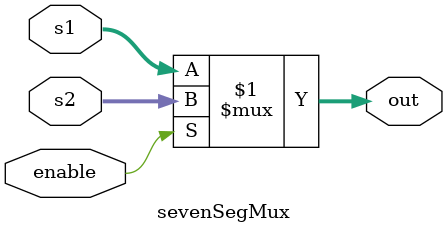
<source format=sv>


module sevenSegMux (
    input logic [3:0] s1, s2,
    input logic enable,
    output logic [3:0] out);

    assign out = enable ? s2 : s1;
endmodule
</source>
